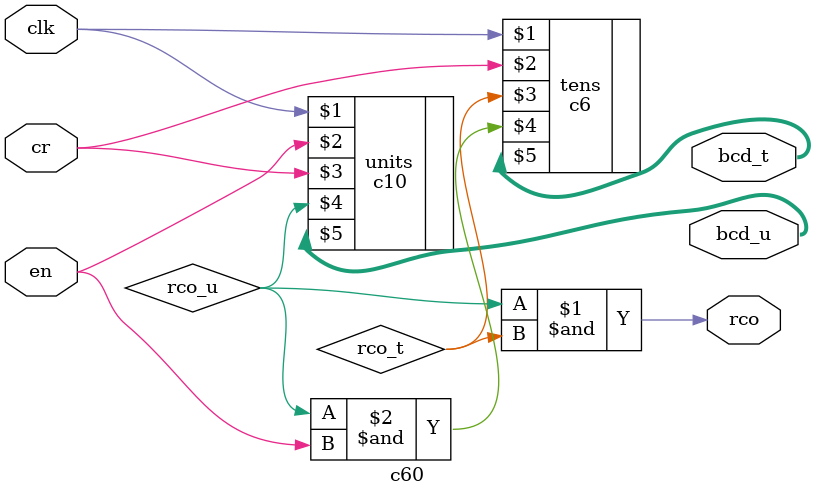
<source format=v>
`timescale 1ns / 1ps
module c60(
    input clk,
	 input en,
    input cr,
    output rco,
    output [3:0] bcd_t,
	 output [3:0] bcd_u
    );
	wire rco_u,rco_t;
	assign rco=rco_u&rco_t;//60½øÎ»ÐÅºÅ
	c10 units(clk,en,cr,rco_u,bcd_u);
	c6 tens(clk,cr,rco_t,rco_u&en,bcd_t);
endmodule
</source>
